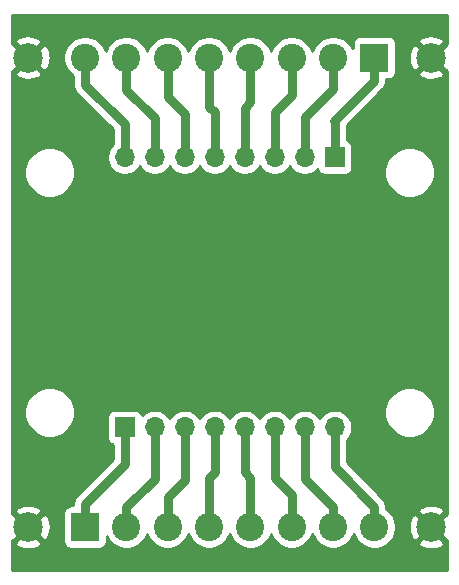
<source format=gbr>
G04 #@! TF.GenerationSoftware,KiCad,Pcbnew,5.1.5+dfsg1-2build2*
G04 #@! TF.CreationDate,2021-06-10T17:46:24-05:00*
G04 #@! TF.ProjectId,C12,4331322e-6b69-4636-9164-5f7063625858,rev?*
G04 #@! TF.SameCoordinates,Original*
G04 #@! TF.FileFunction,Copper,L1,Top*
G04 #@! TF.FilePolarity,Positive*
%FSLAX46Y46*%
G04 Gerber Fmt 4.6, Leading zero omitted, Abs format (unit mm)*
G04 Created by KiCad (PCBNEW 5.1.5+dfsg1-2build2) date 2021-06-10 17:46:24*
%MOMM*%
%LPD*%
G04 APERTURE LIST*
%ADD10O,1.700000X1.700000*%
%ADD11R,1.700000X1.700000*%
%ADD12C,2.400000*%
%ADD13R,2.400000X2.400000*%
%ADD14C,2.499360*%
%ADD15C,0.750000*%
%ADD16C,0.254000*%
G04 APERTURE END LIST*
D10*
X30160000Y-32700000D03*
X32700000Y-32700000D03*
X35240000Y-32700000D03*
X37780000Y-32700000D03*
X40320000Y-32700000D03*
X42860000Y-32700000D03*
X45400000Y-32700000D03*
D11*
X47940000Y-32700000D03*
D10*
X47940000Y-55560000D03*
X45400000Y-55560000D03*
X42860000Y-55560000D03*
X40320000Y-55560000D03*
X37780000Y-55560000D03*
X35240000Y-55560000D03*
X32700000Y-55560000D03*
D11*
X30160000Y-55560000D03*
D12*
X26800000Y-24252000D03*
X30300000Y-24252000D03*
X33800000Y-24252000D03*
X37300000Y-24252000D03*
X40800000Y-24252000D03*
X44300000Y-24252000D03*
X47800000Y-24252000D03*
D13*
X51300000Y-24252000D03*
D12*
X51300000Y-64008000D03*
X47800000Y-64008000D03*
X44300000Y-64008000D03*
X40800000Y-64008000D03*
X37300000Y-64008000D03*
X33800000Y-64008000D03*
X30300000Y-64008000D03*
D13*
X26800000Y-64008000D03*
D14*
X56100000Y-24252000D03*
X56100000Y-64008000D03*
X22000000Y-24252000D03*
X22000000Y-64008000D03*
D15*
X47940000Y-58950944D02*
X47940000Y-55560000D01*
X51300000Y-62310944D02*
X47940000Y-58950944D01*
X51300000Y-64008000D02*
X51300000Y-62310944D01*
X45400000Y-59910944D02*
X45400000Y-55560000D01*
X47800000Y-62310944D02*
X45400000Y-59910944D01*
X47800000Y-64008000D02*
X47800000Y-62310944D01*
X44300000Y-64008000D02*
X44300000Y-61318000D01*
X42860000Y-59878000D02*
X42860000Y-55560000D01*
X44300000Y-61318000D02*
X42860000Y-59878000D01*
X40800000Y-64008000D02*
X40800000Y-59850000D01*
X40320000Y-59370000D02*
X40320000Y-55560000D01*
X40800000Y-59850000D02*
X40320000Y-59370000D01*
X37300000Y-64008000D02*
X37300000Y-59855000D01*
X37780000Y-59375000D02*
X37780000Y-55560000D01*
X37300000Y-59855000D02*
X37780000Y-59375000D01*
X33800000Y-64008000D02*
X33800000Y-61450000D01*
X35240000Y-60010000D02*
X35240000Y-55560000D01*
X33800000Y-61450000D02*
X35240000Y-60010000D01*
X32700000Y-59910944D02*
X32700000Y-55560000D01*
X30300000Y-62310944D02*
X32700000Y-59910944D01*
X30300000Y-64008000D02*
X30300000Y-62310944D01*
X30160000Y-58698000D02*
X30160000Y-55560000D01*
X26800000Y-62058000D02*
X30160000Y-58698000D01*
X26800000Y-64008000D02*
X26800000Y-62058000D01*
X26800000Y-24252000D02*
X26800000Y-26546000D01*
X30160000Y-29906000D02*
X30160000Y-32700000D01*
X26800000Y-26546000D02*
X30160000Y-29906000D01*
X30300000Y-24252000D02*
X30300000Y-26998000D01*
X32700000Y-29398000D02*
X32700000Y-32700000D01*
X30300000Y-26998000D02*
X32700000Y-29398000D01*
X33800000Y-24252000D02*
X33800000Y-27577000D01*
X35240000Y-29017000D02*
X35240000Y-32700000D01*
X33800000Y-27577000D02*
X35240000Y-29017000D01*
X37300000Y-24252000D02*
X37300000Y-28410000D01*
X37780000Y-28890000D02*
X37780000Y-32700000D01*
X37300000Y-28410000D02*
X37780000Y-28890000D01*
X40800000Y-24252000D02*
X40800000Y-28034000D01*
X40320000Y-28514000D02*
X40320000Y-32700000D01*
X40800000Y-28034000D02*
X40320000Y-28514000D01*
X44300000Y-24252000D02*
X44300000Y-27455000D01*
X42860000Y-28895000D02*
X42860000Y-32700000D01*
X44300000Y-27455000D02*
X42860000Y-28895000D01*
X47800000Y-24252000D02*
X47800000Y-26876000D01*
X45400000Y-29276000D02*
X45400000Y-32700000D01*
X47800000Y-26876000D02*
X45400000Y-29276000D01*
X51300000Y-26202000D02*
X47879000Y-29623000D01*
X51300000Y-24252000D02*
X51300000Y-26202000D01*
X47940000Y-29684000D02*
X47940000Y-32700000D01*
X47879000Y-29623000D02*
X47940000Y-29684000D01*
D16*
G36*
X57440000Y-23129787D02*
G01*
X57413377Y-23118229D01*
X56279605Y-24252000D01*
X57413377Y-25385771D01*
X57440000Y-25374213D01*
X57440001Y-62885788D01*
X57413377Y-62874229D01*
X56279605Y-64008000D01*
X57413377Y-65141771D01*
X57440001Y-65130212D01*
X57440001Y-67600000D01*
X20660000Y-67600000D01*
X20660000Y-65321377D01*
X20866229Y-65321377D01*
X20992104Y-65611315D01*
X21324262Y-65777139D01*
X21682387Y-65874975D01*
X22052719Y-65901065D01*
X22421025Y-65854405D01*
X22773151Y-65736789D01*
X23007896Y-65611315D01*
X23133771Y-65321377D01*
X22000000Y-64187605D01*
X20866229Y-65321377D01*
X20660000Y-65321377D01*
X20660000Y-65130213D01*
X20686623Y-65141771D01*
X21820395Y-64008000D01*
X22179605Y-64008000D01*
X23313377Y-65141771D01*
X23603315Y-65015896D01*
X23769139Y-64683738D01*
X23866975Y-64325613D01*
X23893065Y-63955281D01*
X23846405Y-63586975D01*
X23728789Y-63234849D01*
X23603315Y-63000104D01*
X23313377Y-62874229D01*
X22179605Y-64008000D01*
X21820395Y-64008000D01*
X20686623Y-62874229D01*
X20660000Y-62885787D01*
X20660000Y-62694623D01*
X20866229Y-62694623D01*
X22000000Y-63828395D01*
X23020394Y-62808000D01*
X24961928Y-62808000D01*
X24961928Y-65208000D01*
X24974188Y-65332482D01*
X25010498Y-65452180D01*
X25069463Y-65562494D01*
X25148815Y-65659185D01*
X25245506Y-65738537D01*
X25355820Y-65797502D01*
X25475518Y-65833812D01*
X25600000Y-65846072D01*
X28000000Y-65846072D01*
X28124482Y-65833812D01*
X28244180Y-65797502D01*
X28354494Y-65738537D01*
X28451185Y-65659185D01*
X28530537Y-65562494D01*
X28589502Y-65452180D01*
X28625812Y-65332482D01*
X28638072Y-65208000D01*
X28638072Y-64790838D01*
X28673844Y-64877199D01*
X28874662Y-65177744D01*
X29130256Y-65433338D01*
X29430801Y-65634156D01*
X29764750Y-65772482D01*
X30119268Y-65843000D01*
X30480732Y-65843000D01*
X30835250Y-65772482D01*
X31169199Y-65634156D01*
X31469744Y-65433338D01*
X31725338Y-65177744D01*
X31926156Y-64877199D01*
X32050000Y-64578213D01*
X32173844Y-64877199D01*
X32374662Y-65177744D01*
X32630256Y-65433338D01*
X32930801Y-65634156D01*
X33264750Y-65772482D01*
X33619268Y-65843000D01*
X33980732Y-65843000D01*
X34335250Y-65772482D01*
X34669199Y-65634156D01*
X34969744Y-65433338D01*
X35225338Y-65177744D01*
X35426156Y-64877199D01*
X35550000Y-64578213D01*
X35673844Y-64877199D01*
X35874662Y-65177744D01*
X36130256Y-65433338D01*
X36430801Y-65634156D01*
X36764750Y-65772482D01*
X37119268Y-65843000D01*
X37480732Y-65843000D01*
X37835250Y-65772482D01*
X38169199Y-65634156D01*
X38469744Y-65433338D01*
X38725338Y-65177744D01*
X38926156Y-64877199D01*
X39050000Y-64578213D01*
X39173844Y-64877199D01*
X39374662Y-65177744D01*
X39630256Y-65433338D01*
X39930801Y-65634156D01*
X40264750Y-65772482D01*
X40619268Y-65843000D01*
X40980732Y-65843000D01*
X41335250Y-65772482D01*
X41669199Y-65634156D01*
X41969744Y-65433338D01*
X42225338Y-65177744D01*
X42426156Y-64877199D01*
X42550000Y-64578213D01*
X42673844Y-64877199D01*
X42874662Y-65177744D01*
X43130256Y-65433338D01*
X43430801Y-65634156D01*
X43764750Y-65772482D01*
X44119268Y-65843000D01*
X44480732Y-65843000D01*
X44835250Y-65772482D01*
X45169199Y-65634156D01*
X45469744Y-65433338D01*
X45725338Y-65177744D01*
X45926156Y-64877199D01*
X46050000Y-64578213D01*
X46173844Y-64877199D01*
X46374662Y-65177744D01*
X46630256Y-65433338D01*
X46930801Y-65634156D01*
X47264750Y-65772482D01*
X47619268Y-65843000D01*
X47980732Y-65843000D01*
X48335250Y-65772482D01*
X48669199Y-65634156D01*
X48969744Y-65433338D01*
X49225338Y-65177744D01*
X49426156Y-64877199D01*
X49550000Y-64578213D01*
X49673844Y-64877199D01*
X49874662Y-65177744D01*
X50130256Y-65433338D01*
X50430801Y-65634156D01*
X50764750Y-65772482D01*
X51119268Y-65843000D01*
X51480732Y-65843000D01*
X51835250Y-65772482D01*
X52169199Y-65634156D01*
X52469744Y-65433338D01*
X52581705Y-65321377D01*
X54966229Y-65321377D01*
X55092104Y-65611315D01*
X55424262Y-65777139D01*
X55782387Y-65874975D01*
X56152719Y-65901065D01*
X56521025Y-65854405D01*
X56873151Y-65736789D01*
X57107896Y-65611315D01*
X57233771Y-65321377D01*
X56100000Y-64187605D01*
X54966229Y-65321377D01*
X52581705Y-65321377D01*
X52725338Y-65177744D01*
X52926156Y-64877199D01*
X53064482Y-64543250D01*
X53135000Y-64188732D01*
X53135000Y-64060719D01*
X54206935Y-64060719D01*
X54253595Y-64429025D01*
X54371211Y-64781151D01*
X54496685Y-65015896D01*
X54786623Y-65141771D01*
X55920395Y-64008000D01*
X54786623Y-62874229D01*
X54496685Y-63000104D01*
X54330861Y-63332262D01*
X54233025Y-63690387D01*
X54206935Y-64060719D01*
X53135000Y-64060719D01*
X53135000Y-63827268D01*
X53064482Y-63472750D01*
X52926156Y-63138801D01*
X52725338Y-62838256D01*
X52581705Y-62694623D01*
X54966229Y-62694623D01*
X56100000Y-63828395D01*
X57233771Y-62694623D01*
X57107896Y-62404685D01*
X56775738Y-62238861D01*
X56417613Y-62141025D01*
X56047281Y-62114935D01*
X55678975Y-62161595D01*
X55326849Y-62279211D01*
X55092104Y-62404685D01*
X54966229Y-62694623D01*
X52581705Y-62694623D01*
X52469744Y-62582662D01*
X52310000Y-62475924D01*
X52310000Y-62360552D01*
X52314886Y-62310944D01*
X52295385Y-62112949D01*
X52237632Y-61922564D01*
X52143846Y-61747103D01*
X52049256Y-61631844D01*
X52017633Y-61593311D01*
X51979100Y-61561688D01*
X48950000Y-58532589D01*
X48950000Y-56650107D01*
X49093475Y-56506632D01*
X49255990Y-56263411D01*
X49367932Y-55993158D01*
X49425000Y-55706260D01*
X49425000Y-55413740D01*
X49367932Y-55126842D01*
X49255990Y-54856589D01*
X49093475Y-54613368D01*
X48886632Y-54406525D01*
X48643411Y-54244010D01*
X48373158Y-54132068D01*
X48109994Y-54079721D01*
X52155000Y-54079721D01*
X52155000Y-54500279D01*
X52237047Y-54912756D01*
X52397988Y-55301302D01*
X52631637Y-55650983D01*
X52929017Y-55948363D01*
X53278698Y-56182012D01*
X53667244Y-56342953D01*
X54079721Y-56425000D01*
X54500279Y-56425000D01*
X54912756Y-56342953D01*
X55301302Y-56182012D01*
X55650983Y-55948363D01*
X55948363Y-55650983D01*
X56182012Y-55301302D01*
X56342953Y-54912756D01*
X56425000Y-54500279D01*
X56425000Y-54079721D01*
X56342953Y-53667244D01*
X56182012Y-53278698D01*
X55948363Y-52929017D01*
X55650983Y-52631637D01*
X55301302Y-52397988D01*
X54912756Y-52237047D01*
X54500279Y-52155000D01*
X54079721Y-52155000D01*
X53667244Y-52237047D01*
X53278698Y-52397988D01*
X52929017Y-52631637D01*
X52631637Y-52929017D01*
X52397988Y-53278698D01*
X52237047Y-53667244D01*
X52155000Y-54079721D01*
X48109994Y-54079721D01*
X48086260Y-54075000D01*
X47793740Y-54075000D01*
X47506842Y-54132068D01*
X47236589Y-54244010D01*
X46993368Y-54406525D01*
X46786525Y-54613368D01*
X46670000Y-54787760D01*
X46553475Y-54613368D01*
X46346632Y-54406525D01*
X46103411Y-54244010D01*
X45833158Y-54132068D01*
X45546260Y-54075000D01*
X45253740Y-54075000D01*
X44966842Y-54132068D01*
X44696589Y-54244010D01*
X44453368Y-54406525D01*
X44246525Y-54613368D01*
X44130000Y-54787760D01*
X44013475Y-54613368D01*
X43806632Y-54406525D01*
X43563411Y-54244010D01*
X43293158Y-54132068D01*
X43006260Y-54075000D01*
X42713740Y-54075000D01*
X42426842Y-54132068D01*
X42156589Y-54244010D01*
X41913368Y-54406525D01*
X41706525Y-54613368D01*
X41590000Y-54787760D01*
X41473475Y-54613368D01*
X41266632Y-54406525D01*
X41023411Y-54244010D01*
X40753158Y-54132068D01*
X40466260Y-54075000D01*
X40173740Y-54075000D01*
X39886842Y-54132068D01*
X39616589Y-54244010D01*
X39373368Y-54406525D01*
X39166525Y-54613368D01*
X39050000Y-54787760D01*
X38933475Y-54613368D01*
X38726632Y-54406525D01*
X38483411Y-54244010D01*
X38213158Y-54132068D01*
X37926260Y-54075000D01*
X37633740Y-54075000D01*
X37346842Y-54132068D01*
X37076589Y-54244010D01*
X36833368Y-54406525D01*
X36626525Y-54613368D01*
X36510000Y-54787760D01*
X36393475Y-54613368D01*
X36186632Y-54406525D01*
X35943411Y-54244010D01*
X35673158Y-54132068D01*
X35386260Y-54075000D01*
X35093740Y-54075000D01*
X34806842Y-54132068D01*
X34536589Y-54244010D01*
X34293368Y-54406525D01*
X34086525Y-54613368D01*
X33970000Y-54787760D01*
X33853475Y-54613368D01*
X33646632Y-54406525D01*
X33403411Y-54244010D01*
X33133158Y-54132068D01*
X32846260Y-54075000D01*
X32553740Y-54075000D01*
X32266842Y-54132068D01*
X31996589Y-54244010D01*
X31753368Y-54406525D01*
X31621513Y-54538380D01*
X31599502Y-54465820D01*
X31540537Y-54355506D01*
X31461185Y-54258815D01*
X31364494Y-54179463D01*
X31254180Y-54120498D01*
X31134482Y-54084188D01*
X31010000Y-54071928D01*
X29310000Y-54071928D01*
X29185518Y-54084188D01*
X29065820Y-54120498D01*
X28955506Y-54179463D01*
X28858815Y-54258815D01*
X28779463Y-54355506D01*
X28720498Y-54465820D01*
X28684188Y-54585518D01*
X28671928Y-54710000D01*
X28671928Y-56410000D01*
X28684188Y-56534482D01*
X28720498Y-56654180D01*
X28779463Y-56764494D01*
X28858815Y-56861185D01*
X28955506Y-56940537D01*
X29065820Y-56999502D01*
X29150001Y-57025038D01*
X29150000Y-58279644D01*
X26120901Y-61308744D01*
X26082368Y-61340367D01*
X26050745Y-61378900D01*
X26050744Y-61378901D01*
X25956154Y-61494160D01*
X25862368Y-61669621D01*
X25804615Y-61860006D01*
X25785114Y-62058000D01*
X25790001Y-62107617D01*
X25790001Y-62169928D01*
X25600000Y-62169928D01*
X25475518Y-62182188D01*
X25355820Y-62218498D01*
X25245506Y-62277463D01*
X25148815Y-62356815D01*
X25069463Y-62453506D01*
X25010498Y-62563820D01*
X24974188Y-62683518D01*
X24961928Y-62808000D01*
X23020394Y-62808000D01*
X23133771Y-62694623D01*
X23007896Y-62404685D01*
X22675738Y-62238861D01*
X22317613Y-62141025D01*
X21947281Y-62114935D01*
X21578975Y-62161595D01*
X21226849Y-62279211D01*
X20992104Y-62404685D01*
X20866229Y-62694623D01*
X20660000Y-62694623D01*
X20660000Y-54079721D01*
X21675000Y-54079721D01*
X21675000Y-54500279D01*
X21757047Y-54912756D01*
X21917988Y-55301302D01*
X22151637Y-55650983D01*
X22449017Y-55948363D01*
X22798698Y-56182012D01*
X23187244Y-56342953D01*
X23599721Y-56425000D01*
X24020279Y-56425000D01*
X24432756Y-56342953D01*
X24821302Y-56182012D01*
X25170983Y-55948363D01*
X25468363Y-55650983D01*
X25702012Y-55301302D01*
X25862953Y-54912756D01*
X25945000Y-54500279D01*
X25945000Y-54079721D01*
X25862953Y-53667244D01*
X25702012Y-53278698D01*
X25468363Y-52929017D01*
X25170983Y-52631637D01*
X24821302Y-52397988D01*
X24432756Y-52237047D01*
X24020279Y-52155000D01*
X23599721Y-52155000D01*
X23187244Y-52237047D01*
X22798698Y-52397988D01*
X22449017Y-52631637D01*
X22151637Y-52929017D01*
X21917988Y-53278698D01*
X21757047Y-53667244D01*
X21675000Y-54079721D01*
X20660000Y-54079721D01*
X20660000Y-33759721D01*
X21675000Y-33759721D01*
X21675000Y-34180279D01*
X21757047Y-34592756D01*
X21917988Y-34981302D01*
X22151637Y-35330983D01*
X22449017Y-35628363D01*
X22798698Y-35862012D01*
X23187244Y-36022953D01*
X23599721Y-36105000D01*
X24020279Y-36105000D01*
X24432756Y-36022953D01*
X24821302Y-35862012D01*
X25170983Y-35628363D01*
X25468363Y-35330983D01*
X25702012Y-34981302D01*
X25862953Y-34592756D01*
X25945000Y-34180279D01*
X25945000Y-33759721D01*
X25862953Y-33347244D01*
X25702012Y-32958698D01*
X25468363Y-32609017D01*
X25170983Y-32311637D01*
X24821302Y-32077988D01*
X24432756Y-31917047D01*
X24020279Y-31835000D01*
X23599721Y-31835000D01*
X23187244Y-31917047D01*
X22798698Y-32077988D01*
X22449017Y-32311637D01*
X22151637Y-32609017D01*
X21917988Y-32958698D01*
X21757047Y-33347244D01*
X21675000Y-33759721D01*
X20660000Y-33759721D01*
X20660000Y-25565377D01*
X20866229Y-25565377D01*
X20992104Y-25855315D01*
X21324262Y-26021139D01*
X21682387Y-26118975D01*
X22052719Y-26145065D01*
X22421025Y-26098405D01*
X22773151Y-25980789D01*
X23007896Y-25855315D01*
X23133771Y-25565377D01*
X22000000Y-24431605D01*
X20866229Y-25565377D01*
X20660000Y-25565377D01*
X20660000Y-25374213D01*
X20686623Y-25385771D01*
X21820395Y-24252000D01*
X22179605Y-24252000D01*
X23313377Y-25385771D01*
X23603315Y-25259896D01*
X23769139Y-24927738D01*
X23866975Y-24569613D01*
X23893065Y-24199281D01*
X23876848Y-24071268D01*
X24965000Y-24071268D01*
X24965000Y-24432732D01*
X25035518Y-24787250D01*
X25173844Y-25121199D01*
X25374662Y-25421744D01*
X25630256Y-25677338D01*
X25790001Y-25784076D01*
X25790001Y-26496383D01*
X25785114Y-26546000D01*
X25804615Y-26743994D01*
X25862368Y-26934379D01*
X25956154Y-27109840D01*
X26020808Y-27188621D01*
X26082368Y-27263633D01*
X26120901Y-27295256D01*
X29150000Y-30324356D01*
X29150001Y-31609892D01*
X29006525Y-31753368D01*
X28844010Y-31996589D01*
X28732068Y-32266842D01*
X28675000Y-32553740D01*
X28675000Y-32846260D01*
X28732068Y-33133158D01*
X28844010Y-33403411D01*
X29006525Y-33646632D01*
X29213368Y-33853475D01*
X29456589Y-34015990D01*
X29726842Y-34127932D01*
X30013740Y-34185000D01*
X30306260Y-34185000D01*
X30593158Y-34127932D01*
X30863411Y-34015990D01*
X31106632Y-33853475D01*
X31313475Y-33646632D01*
X31430000Y-33472240D01*
X31546525Y-33646632D01*
X31753368Y-33853475D01*
X31996589Y-34015990D01*
X32266842Y-34127932D01*
X32553740Y-34185000D01*
X32846260Y-34185000D01*
X33133158Y-34127932D01*
X33403411Y-34015990D01*
X33646632Y-33853475D01*
X33853475Y-33646632D01*
X33970000Y-33472240D01*
X34086525Y-33646632D01*
X34293368Y-33853475D01*
X34536589Y-34015990D01*
X34806842Y-34127932D01*
X35093740Y-34185000D01*
X35386260Y-34185000D01*
X35673158Y-34127932D01*
X35943411Y-34015990D01*
X36186632Y-33853475D01*
X36393475Y-33646632D01*
X36510000Y-33472240D01*
X36626525Y-33646632D01*
X36833368Y-33853475D01*
X37076589Y-34015990D01*
X37346842Y-34127932D01*
X37633740Y-34185000D01*
X37926260Y-34185000D01*
X38213158Y-34127932D01*
X38483411Y-34015990D01*
X38726632Y-33853475D01*
X38933475Y-33646632D01*
X39050000Y-33472240D01*
X39166525Y-33646632D01*
X39373368Y-33853475D01*
X39616589Y-34015990D01*
X39886842Y-34127932D01*
X40173740Y-34185000D01*
X40466260Y-34185000D01*
X40753158Y-34127932D01*
X41023411Y-34015990D01*
X41266632Y-33853475D01*
X41473475Y-33646632D01*
X41590000Y-33472240D01*
X41706525Y-33646632D01*
X41913368Y-33853475D01*
X42156589Y-34015990D01*
X42426842Y-34127932D01*
X42713740Y-34185000D01*
X43006260Y-34185000D01*
X43293158Y-34127932D01*
X43563411Y-34015990D01*
X43806632Y-33853475D01*
X44013475Y-33646632D01*
X44130000Y-33472240D01*
X44246525Y-33646632D01*
X44453368Y-33853475D01*
X44696589Y-34015990D01*
X44966842Y-34127932D01*
X45253740Y-34185000D01*
X45546260Y-34185000D01*
X45833158Y-34127932D01*
X46103411Y-34015990D01*
X46346632Y-33853475D01*
X46478487Y-33721620D01*
X46500498Y-33794180D01*
X46559463Y-33904494D01*
X46638815Y-34001185D01*
X46735506Y-34080537D01*
X46845820Y-34139502D01*
X46965518Y-34175812D01*
X47090000Y-34188072D01*
X48790000Y-34188072D01*
X48914482Y-34175812D01*
X49034180Y-34139502D01*
X49144494Y-34080537D01*
X49241185Y-34001185D01*
X49320537Y-33904494D01*
X49379502Y-33794180D01*
X49389955Y-33759721D01*
X52155000Y-33759721D01*
X52155000Y-34180279D01*
X52237047Y-34592756D01*
X52397988Y-34981302D01*
X52631637Y-35330983D01*
X52929017Y-35628363D01*
X53278698Y-35862012D01*
X53667244Y-36022953D01*
X54079721Y-36105000D01*
X54500279Y-36105000D01*
X54912756Y-36022953D01*
X55301302Y-35862012D01*
X55650983Y-35628363D01*
X55948363Y-35330983D01*
X56182012Y-34981302D01*
X56342953Y-34592756D01*
X56425000Y-34180279D01*
X56425000Y-33759721D01*
X56342953Y-33347244D01*
X56182012Y-32958698D01*
X55948363Y-32609017D01*
X55650983Y-32311637D01*
X55301302Y-32077988D01*
X54912756Y-31917047D01*
X54500279Y-31835000D01*
X54079721Y-31835000D01*
X53667244Y-31917047D01*
X53278698Y-32077988D01*
X52929017Y-32311637D01*
X52631637Y-32609017D01*
X52397988Y-32958698D01*
X52237047Y-33347244D01*
X52155000Y-33759721D01*
X49389955Y-33759721D01*
X49415812Y-33674482D01*
X49428072Y-33550000D01*
X49428072Y-31850000D01*
X49415812Y-31725518D01*
X49379502Y-31605820D01*
X49320537Y-31495506D01*
X49241185Y-31398815D01*
X49144494Y-31319463D01*
X49034180Y-31260498D01*
X48950000Y-31234962D01*
X48950000Y-29980355D01*
X51979100Y-26951256D01*
X52017633Y-26919633D01*
X52143847Y-26765840D01*
X52237632Y-26590380D01*
X52295385Y-26399994D01*
X52300506Y-26348006D01*
X52314886Y-26202000D01*
X52310000Y-26152392D01*
X52310000Y-26090072D01*
X52500000Y-26090072D01*
X52624482Y-26077812D01*
X52744180Y-26041502D01*
X52854494Y-25982537D01*
X52951185Y-25903185D01*
X53030537Y-25806494D01*
X53089502Y-25696180D01*
X53125812Y-25576482D01*
X53126905Y-25565377D01*
X54966229Y-25565377D01*
X55092104Y-25855315D01*
X55424262Y-26021139D01*
X55782387Y-26118975D01*
X56152719Y-26145065D01*
X56521025Y-26098405D01*
X56873151Y-25980789D01*
X57107896Y-25855315D01*
X57233771Y-25565377D01*
X56100000Y-24431605D01*
X54966229Y-25565377D01*
X53126905Y-25565377D01*
X53138072Y-25452000D01*
X53138072Y-24304719D01*
X54206935Y-24304719D01*
X54253595Y-24673025D01*
X54371211Y-25025151D01*
X54496685Y-25259896D01*
X54786623Y-25385771D01*
X55920395Y-24252000D01*
X54786623Y-23118229D01*
X54496685Y-23244104D01*
X54330861Y-23576262D01*
X54233025Y-23934387D01*
X54206935Y-24304719D01*
X53138072Y-24304719D01*
X53138072Y-23052000D01*
X53126906Y-22938623D01*
X54966229Y-22938623D01*
X56100000Y-24072395D01*
X57233771Y-22938623D01*
X57107896Y-22648685D01*
X56775738Y-22482861D01*
X56417613Y-22385025D01*
X56047281Y-22358935D01*
X55678975Y-22405595D01*
X55326849Y-22523211D01*
X55092104Y-22648685D01*
X54966229Y-22938623D01*
X53126906Y-22938623D01*
X53125812Y-22927518D01*
X53089502Y-22807820D01*
X53030537Y-22697506D01*
X52951185Y-22600815D01*
X52854494Y-22521463D01*
X52744180Y-22462498D01*
X52624482Y-22426188D01*
X52500000Y-22413928D01*
X50100000Y-22413928D01*
X49975518Y-22426188D01*
X49855820Y-22462498D01*
X49745506Y-22521463D01*
X49648815Y-22600815D01*
X49569463Y-22697506D01*
X49510498Y-22807820D01*
X49474188Y-22927518D01*
X49461928Y-23052000D01*
X49461928Y-23469162D01*
X49426156Y-23382801D01*
X49225338Y-23082256D01*
X48969744Y-22826662D01*
X48669199Y-22625844D01*
X48335250Y-22487518D01*
X47980732Y-22417000D01*
X47619268Y-22417000D01*
X47264750Y-22487518D01*
X46930801Y-22625844D01*
X46630256Y-22826662D01*
X46374662Y-23082256D01*
X46173844Y-23382801D01*
X46050000Y-23681787D01*
X45926156Y-23382801D01*
X45725338Y-23082256D01*
X45469744Y-22826662D01*
X45169199Y-22625844D01*
X44835250Y-22487518D01*
X44480732Y-22417000D01*
X44119268Y-22417000D01*
X43764750Y-22487518D01*
X43430801Y-22625844D01*
X43130256Y-22826662D01*
X42874662Y-23082256D01*
X42673844Y-23382801D01*
X42550000Y-23681787D01*
X42426156Y-23382801D01*
X42225338Y-23082256D01*
X41969744Y-22826662D01*
X41669199Y-22625844D01*
X41335250Y-22487518D01*
X40980732Y-22417000D01*
X40619268Y-22417000D01*
X40264750Y-22487518D01*
X39930801Y-22625844D01*
X39630256Y-22826662D01*
X39374662Y-23082256D01*
X39173844Y-23382801D01*
X39050000Y-23681787D01*
X38926156Y-23382801D01*
X38725338Y-23082256D01*
X38469744Y-22826662D01*
X38169199Y-22625844D01*
X37835250Y-22487518D01*
X37480732Y-22417000D01*
X37119268Y-22417000D01*
X36764750Y-22487518D01*
X36430801Y-22625844D01*
X36130256Y-22826662D01*
X35874662Y-23082256D01*
X35673844Y-23382801D01*
X35550000Y-23681787D01*
X35426156Y-23382801D01*
X35225338Y-23082256D01*
X34969744Y-22826662D01*
X34669199Y-22625844D01*
X34335250Y-22487518D01*
X33980732Y-22417000D01*
X33619268Y-22417000D01*
X33264750Y-22487518D01*
X32930801Y-22625844D01*
X32630256Y-22826662D01*
X32374662Y-23082256D01*
X32173844Y-23382801D01*
X32050000Y-23681787D01*
X31926156Y-23382801D01*
X31725338Y-23082256D01*
X31469744Y-22826662D01*
X31169199Y-22625844D01*
X30835250Y-22487518D01*
X30480732Y-22417000D01*
X30119268Y-22417000D01*
X29764750Y-22487518D01*
X29430801Y-22625844D01*
X29130256Y-22826662D01*
X28874662Y-23082256D01*
X28673844Y-23382801D01*
X28550000Y-23681787D01*
X28426156Y-23382801D01*
X28225338Y-23082256D01*
X27969744Y-22826662D01*
X27669199Y-22625844D01*
X27335250Y-22487518D01*
X26980732Y-22417000D01*
X26619268Y-22417000D01*
X26264750Y-22487518D01*
X25930801Y-22625844D01*
X25630256Y-22826662D01*
X25374662Y-23082256D01*
X25173844Y-23382801D01*
X25035518Y-23716750D01*
X24965000Y-24071268D01*
X23876848Y-24071268D01*
X23846405Y-23830975D01*
X23728789Y-23478849D01*
X23603315Y-23244104D01*
X23313377Y-23118229D01*
X22179605Y-24252000D01*
X21820395Y-24252000D01*
X20686623Y-23118229D01*
X20660000Y-23129787D01*
X20660000Y-22938623D01*
X20866229Y-22938623D01*
X22000000Y-24072395D01*
X23133771Y-22938623D01*
X23007896Y-22648685D01*
X22675738Y-22482861D01*
X22317613Y-22385025D01*
X21947281Y-22358935D01*
X21578975Y-22405595D01*
X21226849Y-22523211D01*
X20992104Y-22648685D01*
X20866229Y-22938623D01*
X20660000Y-22938623D01*
X20660000Y-20660000D01*
X57440000Y-20660000D01*
X57440000Y-23129787D01*
G37*
X57440000Y-23129787D02*
X57413377Y-23118229D01*
X56279605Y-24252000D01*
X57413377Y-25385771D01*
X57440000Y-25374213D01*
X57440001Y-62885788D01*
X57413377Y-62874229D01*
X56279605Y-64008000D01*
X57413377Y-65141771D01*
X57440001Y-65130212D01*
X57440001Y-67600000D01*
X20660000Y-67600000D01*
X20660000Y-65321377D01*
X20866229Y-65321377D01*
X20992104Y-65611315D01*
X21324262Y-65777139D01*
X21682387Y-65874975D01*
X22052719Y-65901065D01*
X22421025Y-65854405D01*
X22773151Y-65736789D01*
X23007896Y-65611315D01*
X23133771Y-65321377D01*
X22000000Y-64187605D01*
X20866229Y-65321377D01*
X20660000Y-65321377D01*
X20660000Y-65130213D01*
X20686623Y-65141771D01*
X21820395Y-64008000D01*
X22179605Y-64008000D01*
X23313377Y-65141771D01*
X23603315Y-65015896D01*
X23769139Y-64683738D01*
X23866975Y-64325613D01*
X23893065Y-63955281D01*
X23846405Y-63586975D01*
X23728789Y-63234849D01*
X23603315Y-63000104D01*
X23313377Y-62874229D01*
X22179605Y-64008000D01*
X21820395Y-64008000D01*
X20686623Y-62874229D01*
X20660000Y-62885787D01*
X20660000Y-62694623D01*
X20866229Y-62694623D01*
X22000000Y-63828395D01*
X23020394Y-62808000D01*
X24961928Y-62808000D01*
X24961928Y-65208000D01*
X24974188Y-65332482D01*
X25010498Y-65452180D01*
X25069463Y-65562494D01*
X25148815Y-65659185D01*
X25245506Y-65738537D01*
X25355820Y-65797502D01*
X25475518Y-65833812D01*
X25600000Y-65846072D01*
X28000000Y-65846072D01*
X28124482Y-65833812D01*
X28244180Y-65797502D01*
X28354494Y-65738537D01*
X28451185Y-65659185D01*
X28530537Y-65562494D01*
X28589502Y-65452180D01*
X28625812Y-65332482D01*
X28638072Y-65208000D01*
X28638072Y-64790838D01*
X28673844Y-64877199D01*
X28874662Y-65177744D01*
X29130256Y-65433338D01*
X29430801Y-65634156D01*
X29764750Y-65772482D01*
X30119268Y-65843000D01*
X30480732Y-65843000D01*
X30835250Y-65772482D01*
X31169199Y-65634156D01*
X31469744Y-65433338D01*
X31725338Y-65177744D01*
X31926156Y-64877199D01*
X32050000Y-64578213D01*
X32173844Y-64877199D01*
X32374662Y-65177744D01*
X32630256Y-65433338D01*
X32930801Y-65634156D01*
X33264750Y-65772482D01*
X33619268Y-65843000D01*
X33980732Y-65843000D01*
X34335250Y-65772482D01*
X34669199Y-65634156D01*
X34969744Y-65433338D01*
X35225338Y-65177744D01*
X35426156Y-64877199D01*
X35550000Y-64578213D01*
X35673844Y-64877199D01*
X35874662Y-65177744D01*
X36130256Y-65433338D01*
X36430801Y-65634156D01*
X36764750Y-65772482D01*
X37119268Y-65843000D01*
X37480732Y-65843000D01*
X37835250Y-65772482D01*
X38169199Y-65634156D01*
X38469744Y-65433338D01*
X38725338Y-65177744D01*
X38926156Y-64877199D01*
X39050000Y-64578213D01*
X39173844Y-64877199D01*
X39374662Y-65177744D01*
X39630256Y-65433338D01*
X39930801Y-65634156D01*
X40264750Y-65772482D01*
X40619268Y-65843000D01*
X40980732Y-65843000D01*
X41335250Y-65772482D01*
X41669199Y-65634156D01*
X41969744Y-65433338D01*
X42225338Y-65177744D01*
X42426156Y-64877199D01*
X42550000Y-64578213D01*
X42673844Y-64877199D01*
X42874662Y-65177744D01*
X43130256Y-65433338D01*
X43430801Y-65634156D01*
X43764750Y-65772482D01*
X44119268Y-65843000D01*
X44480732Y-65843000D01*
X44835250Y-65772482D01*
X45169199Y-65634156D01*
X45469744Y-65433338D01*
X45725338Y-65177744D01*
X45926156Y-64877199D01*
X46050000Y-64578213D01*
X46173844Y-64877199D01*
X46374662Y-65177744D01*
X46630256Y-65433338D01*
X46930801Y-65634156D01*
X47264750Y-65772482D01*
X47619268Y-65843000D01*
X47980732Y-65843000D01*
X48335250Y-65772482D01*
X48669199Y-65634156D01*
X48969744Y-65433338D01*
X49225338Y-65177744D01*
X49426156Y-64877199D01*
X49550000Y-64578213D01*
X49673844Y-64877199D01*
X49874662Y-65177744D01*
X50130256Y-65433338D01*
X50430801Y-65634156D01*
X50764750Y-65772482D01*
X51119268Y-65843000D01*
X51480732Y-65843000D01*
X51835250Y-65772482D01*
X52169199Y-65634156D01*
X52469744Y-65433338D01*
X52581705Y-65321377D01*
X54966229Y-65321377D01*
X55092104Y-65611315D01*
X55424262Y-65777139D01*
X55782387Y-65874975D01*
X56152719Y-65901065D01*
X56521025Y-65854405D01*
X56873151Y-65736789D01*
X57107896Y-65611315D01*
X57233771Y-65321377D01*
X56100000Y-64187605D01*
X54966229Y-65321377D01*
X52581705Y-65321377D01*
X52725338Y-65177744D01*
X52926156Y-64877199D01*
X53064482Y-64543250D01*
X53135000Y-64188732D01*
X53135000Y-64060719D01*
X54206935Y-64060719D01*
X54253595Y-64429025D01*
X54371211Y-64781151D01*
X54496685Y-65015896D01*
X54786623Y-65141771D01*
X55920395Y-64008000D01*
X54786623Y-62874229D01*
X54496685Y-63000104D01*
X54330861Y-63332262D01*
X54233025Y-63690387D01*
X54206935Y-64060719D01*
X53135000Y-64060719D01*
X53135000Y-63827268D01*
X53064482Y-63472750D01*
X52926156Y-63138801D01*
X52725338Y-62838256D01*
X52581705Y-62694623D01*
X54966229Y-62694623D01*
X56100000Y-63828395D01*
X57233771Y-62694623D01*
X57107896Y-62404685D01*
X56775738Y-62238861D01*
X56417613Y-62141025D01*
X56047281Y-62114935D01*
X55678975Y-62161595D01*
X55326849Y-62279211D01*
X55092104Y-62404685D01*
X54966229Y-62694623D01*
X52581705Y-62694623D01*
X52469744Y-62582662D01*
X52310000Y-62475924D01*
X52310000Y-62360552D01*
X52314886Y-62310944D01*
X52295385Y-62112949D01*
X52237632Y-61922564D01*
X52143846Y-61747103D01*
X52049256Y-61631844D01*
X52017633Y-61593311D01*
X51979100Y-61561688D01*
X48950000Y-58532589D01*
X48950000Y-56650107D01*
X49093475Y-56506632D01*
X49255990Y-56263411D01*
X49367932Y-55993158D01*
X49425000Y-55706260D01*
X49425000Y-55413740D01*
X49367932Y-55126842D01*
X49255990Y-54856589D01*
X49093475Y-54613368D01*
X48886632Y-54406525D01*
X48643411Y-54244010D01*
X48373158Y-54132068D01*
X48109994Y-54079721D01*
X52155000Y-54079721D01*
X52155000Y-54500279D01*
X52237047Y-54912756D01*
X52397988Y-55301302D01*
X52631637Y-55650983D01*
X52929017Y-55948363D01*
X53278698Y-56182012D01*
X53667244Y-56342953D01*
X54079721Y-56425000D01*
X54500279Y-56425000D01*
X54912756Y-56342953D01*
X55301302Y-56182012D01*
X55650983Y-55948363D01*
X55948363Y-55650983D01*
X56182012Y-55301302D01*
X56342953Y-54912756D01*
X56425000Y-54500279D01*
X56425000Y-54079721D01*
X56342953Y-53667244D01*
X56182012Y-53278698D01*
X55948363Y-52929017D01*
X55650983Y-52631637D01*
X55301302Y-52397988D01*
X54912756Y-52237047D01*
X54500279Y-52155000D01*
X54079721Y-52155000D01*
X53667244Y-52237047D01*
X53278698Y-52397988D01*
X52929017Y-52631637D01*
X52631637Y-52929017D01*
X52397988Y-53278698D01*
X52237047Y-53667244D01*
X52155000Y-54079721D01*
X48109994Y-54079721D01*
X48086260Y-54075000D01*
X47793740Y-54075000D01*
X47506842Y-54132068D01*
X47236589Y-54244010D01*
X46993368Y-54406525D01*
X46786525Y-54613368D01*
X46670000Y-54787760D01*
X46553475Y-54613368D01*
X46346632Y-54406525D01*
X46103411Y-54244010D01*
X45833158Y-54132068D01*
X45546260Y-54075000D01*
X45253740Y-54075000D01*
X44966842Y-54132068D01*
X44696589Y-54244010D01*
X44453368Y-54406525D01*
X44246525Y-54613368D01*
X44130000Y-54787760D01*
X44013475Y-54613368D01*
X43806632Y-54406525D01*
X43563411Y-54244010D01*
X43293158Y-54132068D01*
X43006260Y-54075000D01*
X42713740Y-54075000D01*
X42426842Y-54132068D01*
X42156589Y-54244010D01*
X41913368Y-54406525D01*
X41706525Y-54613368D01*
X41590000Y-54787760D01*
X41473475Y-54613368D01*
X41266632Y-54406525D01*
X41023411Y-54244010D01*
X40753158Y-54132068D01*
X40466260Y-54075000D01*
X40173740Y-54075000D01*
X39886842Y-54132068D01*
X39616589Y-54244010D01*
X39373368Y-54406525D01*
X39166525Y-54613368D01*
X39050000Y-54787760D01*
X38933475Y-54613368D01*
X38726632Y-54406525D01*
X38483411Y-54244010D01*
X38213158Y-54132068D01*
X37926260Y-54075000D01*
X37633740Y-54075000D01*
X37346842Y-54132068D01*
X37076589Y-54244010D01*
X36833368Y-54406525D01*
X36626525Y-54613368D01*
X36510000Y-54787760D01*
X36393475Y-54613368D01*
X36186632Y-54406525D01*
X35943411Y-54244010D01*
X35673158Y-54132068D01*
X35386260Y-54075000D01*
X35093740Y-54075000D01*
X34806842Y-54132068D01*
X34536589Y-54244010D01*
X34293368Y-54406525D01*
X34086525Y-54613368D01*
X33970000Y-54787760D01*
X33853475Y-54613368D01*
X33646632Y-54406525D01*
X33403411Y-54244010D01*
X33133158Y-54132068D01*
X32846260Y-54075000D01*
X32553740Y-54075000D01*
X32266842Y-54132068D01*
X31996589Y-54244010D01*
X31753368Y-54406525D01*
X31621513Y-54538380D01*
X31599502Y-54465820D01*
X31540537Y-54355506D01*
X31461185Y-54258815D01*
X31364494Y-54179463D01*
X31254180Y-54120498D01*
X31134482Y-54084188D01*
X31010000Y-54071928D01*
X29310000Y-54071928D01*
X29185518Y-54084188D01*
X29065820Y-54120498D01*
X28955506Y-54179463D01*
X28858815Y-54258815D01*
X28779463Y-54355506D01*
X28720498Y-54465820D01*
X28684188Y-54585518D01*
X28671928Y-54710000D01*
X28671928Y-56410000D01*
X28684188Y-56534482D01*
X28720498Y-56654180D01*
X28779463Y-56764494D01*
X28858815Y-56861185D01*
X28955506Y-56940537D01*
X29065820Y-56999502D01*
X29150001Y-57025038D01*
X29150000Y-58279644D01*
X26120901Y-61308744D01*
X26082368Y-61340367D01*
X26050745Y-61378900D01*
X26050744Y-61378901D01*
X25956154Y-61494160D01*
X25862368Y-61669621D01*
X25804615Y-61860006D01*
X25785114Y-62058000D01*
X25790001Y-62107617D01*
X25790001Y-62169928D01*
X25600000Y-62169928D01*
X25475518Y-62182188D01*
X25355820Y-62218498D01*
X25245506Y-62277463D01*
X25148815Y-62356815D01*
X25069463Y-62453506D01*
X25010498Y-62563820D01*
X24974188Y-62683518D01*
X24961928Y-62808000D01*
X23020394Y-62808000D01*
X23133771Y-62694623D01*
X23007896Y-62404685D01*
X22675738Y-62238861D01*
X22317613Y-62141025D01*
X21947281Y-62114935D01*
X21578975Y-62161595D01*
X21226849Y-62279211D01*
X20992104Y-62404685D01*
X20866229Y-62694623D01*
X20660000Y-62694623D01*
X20660000Y-54079721D01*
X21675000Y-54079721D01*
X21675000Y-54500279D01*
X21757047Y-54912756D01*
X21917988Y-55301302D01*
X22151637Y-55650983D01*
X22449017Y-55948363D01*
X22798698Y-56182012D01*
X23187244Y-56342953D01*
X23599721Y-56425000D01*
X24020279Y-56425000D01*
X24432756Y-56342953D01*
X24821302Y-56182012D01*
X25170983Y-55948363D01*
X25468363Y-55650983D01*
X25702012Y-55301302D01*
X25862953Y-54912756D01*
X25945000Y-54500279D01*
X25945000Y-54079721D01*
X25862953Y-53667244D01*
X25702012Y-53278698D01*
X25468363Y-52929017D01*
X25170983Y-52631637D01*
X24821302Y-52397988D01*
X24432756Y-52237047D01*
X24020279Y-52155000D01*
X23599721Y-52155000D01*
X23187244Y-52237047D01*
X22798698Y-52397988D01*
X22449017Y-52631637D01*
X22151637Y-52929017D01*
X21917988Y-53278698D01*
X21757047Y-53667244D01*
X21675000Y-54079721D01*
X20660000Y-54079721D01*
X20660000Y-33759721D01*
X21675000Y-33759721D01*
X21675000Y-34180279D01*
X21757047Y-34592756D01*
X21917988Y-34981302D01*
X22151637Y-35330983D01*
X22449017Y-35628363D01*
X22798698Y-35862012D01*
X23187244Y-36022953D01*
X23599721Y-36105000D01*
X24020279Y-36105000D01*
X24432756Y-36022953D01*
X24821302Y-35862012D01*
X25170983Y-35628363D01*
X25468363Y-35330983D01*
X25702012Y-34981302D01*
X25862953Y-34592756D01*
X25945000Y-34180279D01*
X25945000Y-33759721D01*
X25862953Y-33347244D01*
X25702012Y-32958698D01*
X25468363Y-32609017D01*
X25170983Y-32311637D01*
X24821302Y-32077988D01*
X24432756Y-31917047D01*
X24020279Y-31835000D01*
X23599721Y-31835000D01*
X23187244Y-31917047D01*
X22798698Y-32077988D01*
X22449017Y-32311637D01*
X22151637Y-32609017D01*
X21917988Y-32958698D01*
X21757047Y-33347244D01*
X21675000Y-33759721D01*
X20660000Y-33759721D01*
X20660000Y-25565377D01*
X20866229Y-25565377D01*
X20992104Y-25855315D01*
X21324262Y-26021139D01*
X21682387Y-26118975D01*
X22052719Y-26145065D01*
X22421025Y-26098405D01*
X22773151Y-25980789D01*
X23007896Y-25855315D01*
X23133771Y-25565377D01*
X22000000Y-24431605D01*
X20866229Y-25565377D01*
X20660000Y-25565377D01*
X20660000Y-25374213D01*
X20686623Y-25385771D01*
X21820395Y-24252000D01*
X22179605Y-24252000D01*
X23313377Y-25385771D01*
X23603315Y-25259896D01*
X23769139Y-24927738D01*
X23866975Y-24569613D01*
X23893065Y-24199281D01*
X23876848Y-24071268D01*
X24965000Y-24071268D01*
X24965000Y-24432732D01*
X25035518Y-24787250D01*
X25173844Y-25121199D01*
X25374662Y-25421744D01*
X25630256Y-25677338D01*
X25790001Y-25784076D01*
X25790001Y-26496383D01*
X25785114Y-26546000D01*
X25804615Y-26743994D01*
X25862368Y-26934379D01*
X25956154Y-27109840D01*
X26020808Y-27188621D01*
X26082368Y-27263633D01*
X26120901Y-27295256D01*
X29150000Y-30324356D01*
X29150001Y-31609892D01*
X29006525Y-31753368D01*
X28844010Y-31996589D01*
X28732068Y-32266842D01*
X28675000Y-32553740D01*
X28675000Y-32846260D01*
X28732068Y-33133158D01*
X28844010Y-33403411D01*
X29006525Y-33646632D01*
X29213368Y-33853475D01*
X29456589Y-34015990D01*
X29726842Y-34127932D01*
X30013740Y-34185000D01*
X30306260Y-34185000D01*
X30593158Y-34127932D01*
X30863411Y-34015990D01*
X31106632Y-33853475D01*
X31313475Y-33646632D01*
X31430000Y-33472240D01*
X31546525Y-33646632D01*
X31753368Y-33853475D01*
X31996589Y-34015990D01*
X32266842Y-34127932D01*
X32553740Y-34185000D01*
X32846260Y-34185000D01*
X33133158Y-34127932D01*
X33403411Y-34015990D01*
X33646632Y-33853475D01*
X33853475Y-33646632D01*
X33970000Y-33472240D01*
X34086525Y-33646632D01*
X34293368Y-33853475D01*
X34536589Y-34015990D01*
X34806842Y-34127932D01*
X35093740Y-34185000D01*
X35386260Y-34185000D01*
X35673158Y-34127932D01*
X35943411Y-34015990D01*
X36186632Y-33853475D01*
X36393475Y-33646632D01*
X36510000Y-33472240D01*
X36626525Y-33646632D01*
X36833368Y-33853475D01*
X37076589Y-34015990D01*
X37346842Y-34127932D01*
X37633740Y-34185000D01*
X37926260Y-34185000D01*
X38213158Y-34127932D01*
X38483411Y-34015990D01*
X38726632Y-33853475D01*
X38933475Y-33646632D01*
X39050000Y-33472240D01*
X39166525Y-33646632D01*
X39373368Y-33853475D01*
X39616589Y-34015990D01*
X39886842Y-34127932D01*
X40173740Y-34185000D01*
X40466260Y-34185000D01*
X40753158Y-34127932D01*
X41023411Y-34015990D01*
X41266632Y-33853475D01*
X41473475Y-33646632D01*
X41590000Y-33472240D01*
X41706525Y-33646632D01*
X41913368Y-33853475D01*
X42156589Y-34015990D01*
X42426842Y-34127932D01*
X42713740Y-34185000D01*
X43006260Y-34185000D01*
X43293158Y-34127932D01*
X43563411Y-34015990D01*
X43806632Y-33853475D01*
X44013475Y-33646632D01*
X44130000Y-33472240D01*
X44246525Y-33646632D01*
X44453368Y-33853475D01*
X44696589Y-34015990D01*
X44966842Y-34127932D01*
X45253740Y-34185000D01*
X45546260Y-34185000D01*
X45833158Y-34127932D01*
X46103411Y-34015990D01*
X46346632Y-33853475D01*
X46478487Y-33721620D01*
X46500498Y-33794180D01*
X46559463Y-33904494D01*
X46638815Y-34001185D01*
X46735506Y-34080537D01*
X46845820Y-34139502D01*
X46965518Y-34175812D01*
X47090000Y-34188072D01*
X48790000Y-34188072D01*
X48914482Y-34175812D01*
X49034180Y-34139502D01*
X49144494Y-34080537D01*
X49241185Y-34001185D01*
X49320537Y-33904494D01*
X49379502Y-33794180D01*
X49389955Y-33759721D01*
X52155000Y-33759721D01*
X52155000Y-34180279D01*
X52237047Y-34592756D01*
X52397988Y-34981302D01*
X52631637Y-35330983D01*
X52929017Y-35628363D01*
X53278698Y-35862012D01*
X53667244Y-36022953D01*
X54079721Y-36105000D01*
X54500279Y-36105000D01*
X54912756Y-36022953D01*
X55301302Y-35862012D01*
X55650983Y-35628363D01*
X55948363Y-35330983D01*
X56182012Y-34981302D01*
X56342953Y-34592756D01*
X56425000Y-34180279D01*
X56425000Y-33759721D01*
X56342953Y-33347244D01*
X56182012Y-32958698D01*
X55948363Y-32609017D01*
X55650983Y-32311637D01*
X55301302Y-32077988D01*
X54912756Y-31917047D01*
X54500279Y-31835000D01*
X54079721Y-31835000D01*
X53667244Y-31917047D01*
X53278698Y-32077988D01*
X52929017Y-32311637D01*
X52631637Y-32609017D01*
X52397988Y-32958698D01*
X52237047Y-33347244D01*
X52155000Y-33759721D01*
X49389955Y-33759721D01*
X49415812Y-33674482D01*
X49428072Y-33550000D01*
X49428072Y-31850000D01*
X49415812Y-31725518D01*
X49379502Y-31605820D01*
X49320537Y-31495506D01*
X49241185Y-31398815D01*
X49144494Y-31319463D01*
X49034180Y-31260498D01*
X48950000Y-31234962D01*
X48950000Y-29980355D01*
X51979100Y-26951256D01*
X52017633Y-26919633D01*
X52143847Y-26765840D01*
X52237632Y-26590380D01*
X52295385Y-26399994D01*
X52300506Y-26348006D01*
X52314886Y-26202000D01*
X52310000Y-26152392D01*
X52310000Y-26090072D01*
X52500000Y-26090072D01*
X52624482Y-26077812D01*
X52744180Y-26041502D01*
X52854494Y-25982537D01*
X52951185Y-25903185D01*
X53030537Y-25806494D01*
X53089502Y-25696180D01*
X53125812Y-25576482D01*
X53126905Y-25565377D01*
X54966229Y-25565377D01*
X55092104Y-25855315D01*
X55424262Y-26021139D01*
X55782387Y-26118975D01*
X56152719Y-26145065D01*
X56521025Y-26098405D01*
X56873151Y-25980789D01*
X57107896Y-25855315D01*
X57233771Y-25565377D01*
X56100000Y-24431605D01*
X54966229Y-25565377D01*
X53126905Y-25565377D01*
X53138072Y-25452000D01*
X53138072Y-24304719D01*
X54206935Y-24304719D01*
X54253595Y-24673025D01*
X54371211Y-25025151D01*
X54496685Y-25259896D01*
X54786623Y-25385771D01*
X55920395Y-24252000D01*
X54786623Y-23118229D01*
X54496685Y-23244104D01*
X54330861Y-23576262D01*
X54233025Y-23934387D01*
X54206935Y-24304719D01*
X53138072Y-24304719D01*
X53138072Y-23052000D01*
X53126906Y-22938623D01*
X54966229Y-22938623D01*
X56100000Y-24072395D01*
X57233771Y-22938623D01*
X57107896Y-22648685D01*
X56775738Y-22482861D01*
X56417613Y-22385025D01*
X56047281Y-22358935D01*
X55678975Y-22405595D01*
X55326849Y-22523211D01*
X55092104Y-22648685D01*
X54966229Y-22938623D01*
X53126906Y-22938623D01*
X53125812Y-22927518D01*
X53089502Y-22807820D01*
X53030537Y-22697506D01*
X52951185Y-22600815D01*
X52854494Y-22521463D01*
X52744180Y-22462498D01*
X52624482Y-22426188D01*
X52500000Y-22413928D01*
X50100000Y-22413928D01*
X49975518Y-22426188D01*
X49855820Y-22462498D01*
X49745506Y-22521463D01*
X49648815Y-22600815D01*
X49569463Y-22697506D01*
X49510498Y-22807820D01*
X49474188Y-22927518D01*
X49461928Y-23052000D01*
X49461928Y-23469162D01*
X49426156Y-23382801D01*
X49225338Y-23082256D01*
X48969744Y-22826662D01*
X48669199Y-22625844D01*
X48335250Y-22487518D01*
X47980732Y-22417000D01*
X47619268Y-22417000D01*
X47264750Y-22487518D01*
X46930801Y-22625844D01*
X46630256Y-22826662D01*
X46374662Y-23082256D01*
X46173844Y-23382801D01*
X46050000Y-23681787D01*
X45926156Y-23382801D01*
X45725338Y-23082256D01*
X45469744Y-22826662D01*
X45169199Y-22625844D01*
X44835250Y-22487518D01*
X44480732Y-22417000D01*
X44119268Y-22417000D01*
X43764750Y-22487518D01*
X43430801Y-22625844D01*
X43130256Y-22826662D01*
X42874662Y-23082256D01*
X42673844Y-23382801D01*
X42550000Y-23681787D01*
X42426156Y-23382801D01*
X42225338Y-23082256D01*
X41969744Y-22826662D01*
X41669199Y-22625844D01*
X41335250Y-22487518D01*
X40980732Y-22417000D01*
X40619268Y-22417000D01*
X40264750Y-22487518D01*
X39930801Y-22625844D01*
X39630256Y-22826662D01*
X39374662Y-23082256D01*
X39173844Y-23382801D01*
X39050000Y-23681787D01*
X38926156Y-23382801D01*
X38725338Y-23082256D01*
X38469744Y-22826662D01*
X38169199Y-22625844D01*
X37835250Y-22487518D01*
X37480732Y-22417000D01*
X37119268Y-22417000D01*
X36764750Y-22487518D01*
X36430801Y-22625844D01*
X36130256Y-22826662D01*
X35874662Y-23082256D01*
X35673844Y-23382801D01*
X35550000Y-23681787D01*
X35426156Y-23382801D01*
X35225338Y-23082256D01*
X34969744Y-22826662D01*
X34669199Y-22625844D01*
X34335250Y-22487518D01*
X33980732Y-22417000D01*
X33619268Y-22417000D01*
X33264750Y-22487518D01*
X32930801Y-22625844D01*
X32630256Y-22826662D01*
X32374662Y-23082256D01*
X32173844Y-23382801D01*
X32050000Y-23681787D01*
X31926156Y-23382801D01*
X31725338Y-23082256D01*
X31469744Y-22826662D01*
X31169199Y-22625844D01*
X30835250Y-22487518D01*
X30480732Y-22417000D01*
X30119268Y-22417000D01*
X29764750Y-22487518D01*
X29430801Y-22625844D01*
X29130256Y-22826662D01*
X28874662Y-23082256D01*
X28673844Y-23382801D01*
X28550000Y-23681787D01*
X28426156Y-23382801D01*
X28225338Y-23082256D01*
X27969744Y-22826662D01*
X27669199Y-22625844D01*
X27335250Y-22487518D01*
X26980732Y-22417000D01*
X26619268Y-22417000D01*
X26264750Y-22487518D01*
X25930801Y-22625844D01*
X25630256Y-22826662D01*
X25374662Y-23082256D01*
X25173844Y-23382801D01*
X25035518Y-23716750D01*
X24965000Y-24071268D01*
X23876848Y-24071268D01*
X23846405Y-23830975D01*
X23728789Y-23478849D01*
X23603315Y-23244104D01*
X23313377Y-23118229D01*
X22179605Y-24252000D01*
X21820395Y-24252000D01*
X20686623Y-23118229D01*
X20660000Y-23129787D01*
X20660000Y-22938623D01*
X20866229Y-22938623D01*
X22000000Y-24072395D01*
X23133771Y-22938623D01*
X23007896Y-22648685D01*
X22675738Y-22482861D01*
X22317613Y-22385025D01*
X21947281Y-22358935D01*
X21578975Y-22405595D01*
X21226849Y-22523211D01*
X20992104Y-22648685D01*
X20866229Y-22938623D01*
X20660000Y-22938623D01*
X20660000Y-20660000D01*
X57440000Y-20660000D01*
X57440000Y-23129787D01*
M02*

</source>
